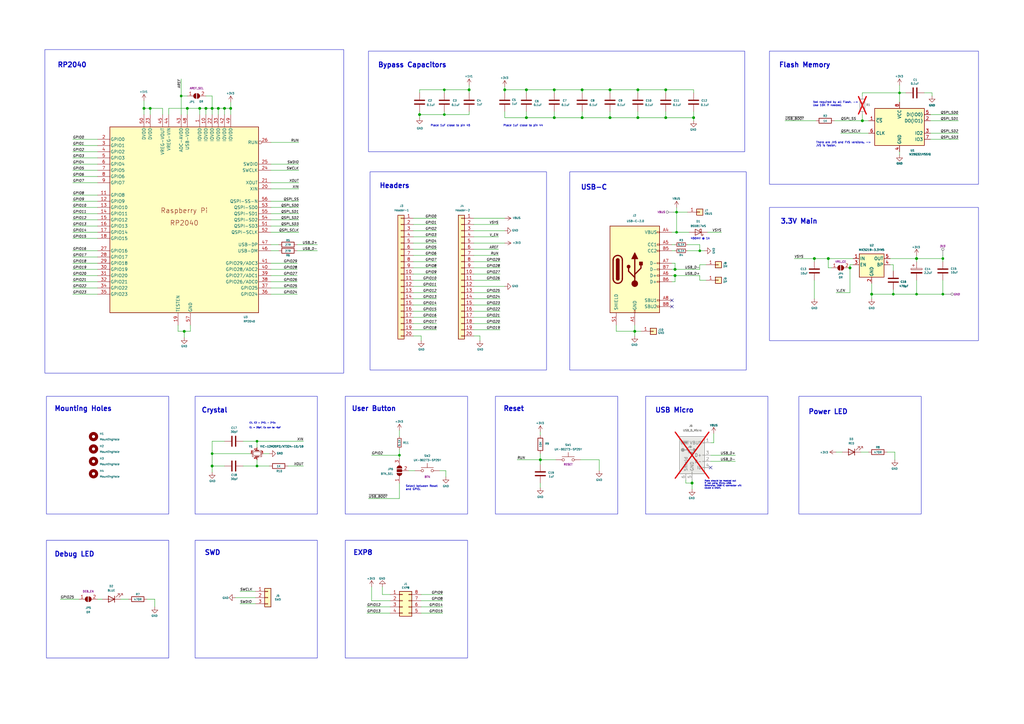
<source format=kicad_sch>
(kicad_sch (version 20231120) (generator "eeschema") (generator_version "8.0")
  (paper "A3")
  (title_block (title "Mitayi Pico - D1") (date "2024-08-28") (rev "0.6") (company "CIRCUITSTATE Electronics LLP (www.circuitstate.com)") (comment 1 "Designed by: Vishnu Mohanan (@vishnumaiea)") (comment 2 "Released under MIT Open-source License"))
  (junction (at 238.76 36.83) (diameter 1.016))
  (junction (at 366.395 120.65))
  (junction (at 61.595 44.45) (diameter 1.016))
  (junction (at 86.995 191.135) (diameter 1.016))
  (junction (at 238.76 48.26) (diameter 1.016))
  (junction (at 227.33 48.26) (diameter 1.016))
  (junction (at 273.05 48.26) (diameter 1.016))
  (junction (at 261.62 48.26) (diameter 1.016))
  (junction (at 86.995 186.055))
  (junction (at 182.245 36.83))
  (junction (at 353.695 49.53) (diameter 1.016))
  (junction (at 75.565 135.89) (diameter 1.016))
  (junction (at 375.92 120.65))
  (junction (at 276.86 113.03) (diameter 1.016))
  (junction (at 207.01 36.83) (diameter 1.016))
  (junction (at 261.62 36.83) (diameter 1.016))
  (junction (at 94.615 44.45) (diameter 1.016))
  (junction (at 277.495 95.25))
  (junction (at 172.085 46.99) (diameter 1.016))
  (junction (at 215.9 48.26) (diameter 1.016))
  (junction (at 334.01 106.045) (diameter 1.016))
  (junction (at 250.19 36.83) (diameter 1.016))
  (junction (at 386.715 106.045))
  (junction (at 84.455 44.45) (diameter 1.016))
  (junction (at 276.86 110.49) (diameter 1.016))
  (junction (at 386.715 120.65))
  (junction (at 192.405 36.83) (diameter 1.016))
  (junction (at 89.535 44.45) (diameter 1.016))
  (junction (at 221.615 188.595) (diameter 1.016))
  (junction (at 215.9 36.83) (diameter 1.016))
  (junction (at 74.295 39.37))
  (junction (at 92.075 44.45) (diameter 1.016))
  (junction (at 59.055 44.45) (diameter 1.016))
  (junction (at 86.995 44.45) (diameter 1.016))
  (junction (at 250.19 48.26) (diameter 1.016))
  (junction (at 357.505 120.65) (diameter 1.016))
  (junction (at 76.835 44.45) (diameter 1.016))
  (junction (at 283.845 198.12) (diameter 1.016))
  (junction (at 273.05 36.83) (diameter 1.016))
  (junction (at 287.02 102.87))
  (junction (at 105.41 191.135))
  (junction (at 375.92 106.045) (diameter 1.016))
  (junction (at 368.935 38.1))
  (junction (at 277.495 86.995))
  (junction (at 81.915 44.45) (diameter 1.016))
  (junction (at 163.83 186.69))
  (junction (at 339.725 106.045) (diameter 1.016))
  (junction (at 348.615 109.855) (diameter 1.016))
  (junction (at 260.35 135.89) (diameter 1.016))
  (junction (at 227.33 36.83) (diameter 1.016))
  (junction (at 284.48 48.26) (diameter 1.016))
  (junction (at 182.245 46.99))
  (junction (at 105.41 180.975))
  (no_connect (at 291.465 191.77))
  (no_connect (at 275.59 123.19))
  (no_connect (at 275.59 125.73))
  (wire (pts (xy 111.125 77.47) (xy 122.555 77.47)))
  (wire (pts (xy 250.19 38.1) (xy 250.19 36.83)))
  (wire (pts (xy 29.845 87.63) (xy 40.005 87.63)))
  (wire (pts (xy 192.405 45.72) (xy 192.405 46.99)))
  (wire (pts (xy 277.495 86.995) (xy 277.495 85.09)))
  (wire (pts (xy 29.845 57.15) (xy 40.005 57.15)))
  (wire (pts (xy 169.545 99.695) (xy 179.07 99.695)))
  (wire (pts (xy 111.125 90.17) (xy 122.555 90.17)))
  (wire (pts (xy 169.545 125.095) (xy 179.07 125.095)))
  (wire (pts (xy 238.76 36.83) (xy 250.19 36.83)))
  (wire (pts (xy 205.105 135.255) (xy 194.31 135.255)))
  (wire (pts (xy 74.295 32.385) (xy 74.295 39.37)))
  (wire (pts (xy 194.31 97.155) (xy 204.47 97.155)))
  (wire (pts (xy 74.295 39.37) (xy 76.835 39.37)))
  (wire (pts (xy 273.05 48.26) (xy 284.48 48.26)))
  (wire (pts (xy 111.125 67.31) (xy 122.555 67.31)))
  (wire (pts (xy 169.545 92.075) (xy 179.07 92.075)))
  (wire (pts (xy 342.9 185.42) (xy 345.44 185.42)))
  (wire (pts (xy 368.935 34.925) (xy 368.935 38.1)))
  (wire (pts (xy 287.02 108.585) (xy 287.02 110.49)))
  (wire (pts (xy 169.545 97.155) (xy 179.07 97.155)))
  (wire (pts (xy 194.31 94.615) (xy 207.01 94.615)))
  (wire (pts (xy 182.245 38.1) (xy 182.245 36.83)))
  (wire (pts (xy 375.92 114.935) (xy 375.92 120.65)))
  (wire (pts (xy 59.055 41.275) (xy 59.055 44.45)))
  (wire (pts (xy 59.055 44.45) (xy 59.055 46.99)))
  (wire (pts (xy 92.075 191.135) (xy 86.995 191.135)))
  (wire (pts (xy 342.265 49.53) (xy 353.695 49.53)))
  (wire (pts (xy 29.845 115.57) (xy 40.005 115.57)))
  (wire (pts (xy 111.125 120.65) (xy 121.92 120.65)))
  (wire (pts (xy 111.125 115.57) (xy 121.92 115.57)))
  (wire (pts (xy 250.19 36.83) (xy 261.62 36.83)))
  (wire (pts (xy 212.09 188.595) (xy 221.615 188.595)))
  (wire (pts (xy 221.615 188.595) (xy 227.965 188.595)))
  (wire (pts (xy 182.245 46.99) (xy 192.405 46.99)))
  (wire (pts (xy 215.9 36.83) (xy 227.33 36.83)))
  (wire (pts (xy 86.995 191.135) (xy 86.995 193.675)))
  (wire (pts (xy 152.4 246.38) (xy 160.02 246.38)))
  (wire (pts (xy 75.565 135.89) (xy 78.105 135.89)))
  (wire (pts (xy 78.105 135.89) (xy 78.105 133.35)))
  (wire (pts (xy 105.41 180.975) (xy 124.46 180.975)))
  (wire (pts (xy 353.06 185.42) (xy 356.235 185.42)))
  (wire (pts (xy 29.845 62.23) (xy 40.005 62.23)))
  (wire (pts (xy 367.03 185.42) (xy 367.03 188.595)))
  (wire (pts (xy 363.855 185.42) (xy 367.03 185.42)))
  (wire (pts (xy 169.545 112.395) (xy 179.07 112.395)))
  (wire (pts (xy 283.845 196.85) (xy 283.845 198.12)))
  (wire (pts (xy 76.835 44.45) (xy 81.915 44.45)))
  (wire (pts (xy 273.05 48.26) (xy 261.62 48.26)))
  (wire (pts (xy 94.615 41.91) (xy 94.615 44.45)))
  (wire (pts (xy 69.215 44.45) (xy 76.835 44.45)))
  (wire (pts (xy 238.76 48.26) (xy 227.33 48.26)))
  (wire (pts (xy 275.59 102.87) (xy 276.86 102.87)))
  (wire (pts (xy 221.615 186.055) (xy 221.615 188.595)))
  (wire (pts (xy 29.845 80.01) (xy 40.005 80.01)))
  (wire (pts (xy 29.845 90.17) (xy 40.005 90.17)))
  (wire (pts (xy 339.725 106.045) (xy 349.885 106.045)))
  (wire (pts (xy 287.02 102.87) (xy 288.925 102.87)))
  (wire (pts (xy 207.01 45.72) (xy 207.01 48.26)))
  (wire (pts (xy 207.01 48.26) (xy 215.9 48.26)))
  (wire (pts (xy 273.05 45.72) (xy 273.05 48.26)))
  (wire (pts (xy 118.11 191.135) (xy 124.46 191.135)))
  (wire (pts (xy 368.935 38.1) (xy 371.475 38.1)))
  (wire (pts (xy 84.455 39.37) (xy 86.995 39.37)))
  (wire (pts (xy 29.845 97.79) (xy 40.005 97.79)))
  (wire (pts (xy 366.395 118.745) (xy 366.395 120.65)))
  (wire (pts (xy 261.62 38.1) (xy 261.62 36.83)))
  (wire (pts (xy 344.805 54.61) (xy 356.235 54.61)))
  (wire (pts (xy 29.845 82.55) (xy 40.005 82.55)))
  (wire (pts (xy 386.715 104.775) (xy 386.715 106.045)))
  (wire (pts (xy 182.245 46.99) (xy 182.245 45.72)))
  (wire (pts (xy 152.4 186.69) (xy 163.83 186.69)))
  (wire (pts (xy 353.695 39.37) (xy 353.695 38.1)))
  (wire (pts (xy 111.125 82.55) (xy 122.555 82.55)))
  (wire (pts (xy 86.995 186.055) (xy 102.87 186.055)))
  (wire (pts (xy 260.35 133.35) (xy 260.35 135.89)))
  (wire (pts (xy 260.35 135.89) (xy 260.35 137.795)))
  (wire (pts (xy 339.725 106.045) (xy 339.725 109.855)))
  (wire (pts (xy 252.73 133.35) (xy 252.73 135.89)))
  (wire (pts (xy 252.73 135.89) (xy 260.35 135.89)))
  (wire (pts (xy 238.125 188.595) (xy 245.745 188.595)))
  (wire (pts (xy 172.72 243.84) (xy 181.61 243.84)))
  (wire (pts (xy 281.94 100.33) (xy 287.02 100.33)))
  (wire (pts (xy 287.02 100.33) (xy 287.02 102.87)))
  (wire (pts (xy 169.545 109.855) (xy 179.07 109.855)))
  (wire (pts (xy 121.92 100.33) (xy 130.175 100.33)))
  (wire (pts (xy 334.01 114.935) (xy 334.01 122.555)))
  (wire (pts (xy 194.31 102.235) (xy 204.47 102.235)))
  (wire (pts (xy 194.31 109.855) (xy 205.105 109.855)))
  (wire (pts (xy 325.755 106.045) (xy 334.01 106.045)))
  (wire (pts (xy 29.845 67.31) (xy 40.005 67.31)))
  (wire (pts (xy 366.395 111.125) (xy 366.395 108.585)))
  (wire (pts (xy 29.845 85.09) (xy 40.005 85.09)))
  (wire (pts (xy 194.31 114.935) (xy 205.105 114.935)))
  (wire (pts (xy 150.495 251.46) (xy 160.02 251.46)))
  (wire (pts (xy 111.125 107.95) (xy 121.92 107.95)))
  (wire (pts (xy 111.125 69.85) (xy 122.555 69.85)))
  (wire (pts (xy 105.41 191.135) (xy 110.49 191.135)))
  (wire (pts (xy 205.105 130.175) (xy 194.31 130.175)))
  (wire (pts (xy 375.92 106.045) (xy 386.715 106.045)))
  (wire (pts (xy 386.715 107.315) (xy 386.715 106.045)))
  (wire (pts (xy 182.88 193.04) (xy 180.34 193.04)))
  (wire (pts (xy 169.545 117.475) (xy 179.07 117.475)))
  (wire (pts (xy 334.01 107.315) (xy 334.01 106.045)))
  (wire (pts (xy 40.005 245.745) (xy 41.91 245.745)))
  (wire (pts (xy 29.845 105.41) (xy 40.005 105.41)))
  (wire (pts (xy 348.615 108.585) (xy 349.885 108.585)))
  (wire (pts (xy 29.845 110.49) (xy 40.005 110.49)))
  (wire (pts (xy 29.845 118.11) (xy 40.005 118.11)))
  (wire (pts (xy 150.495 248.92) (xy 160.02 248.92)))
  (wire (pts (xy 261.62 48.26) (xy 250.19 48.26)))
  (wire (pts (xy 353.695 49.53) (xy 356.235 49.53)))
  (wire (pts (xy 169.545 89.535) (xy 179.07 89.535)))
  (wire (pts (xy 167.64 193.04) (xy 170.18 193.04)))
  (wire (pts (xy 366.395 120.65) (xy 375.92 120.65)))
  (wire (pts (xy 192.405 36.83) (xy 192.405 38.1)))
  (wire (pts (xy 60.325 245.745) (xy 63.5 245.745)))
  (wire (pts (xy 63.5 245.745) (xy 63.5 248.92)))
  (wire (pts (xy 261.62 36.83) (xy 273.05 36.83)))
  (wire (pts (xy 172.72 251.46) (xy 181.61 251.46)))
  (wire (pts (xy 86.995 39.37) (xy 86.995 44.45)))
  (wire (pts (xy 194.31 104.775) (xy 204.47 104.775)))
  (wire (pts (xy 29.845 59.69) (xy 40.005 59.69)))
  (wire (pts (xy 227.33 36.83) (xy 238.76 36.83)))
  (wire (pts (xy 105.41 188.595) (xy 105.41 191.135)))
  (wire (pts (xy 111.125 87.63) (xy 122.555 87.63)))
  (wire (pts (xy 273.05 38.1) (xy 273.05 36.83)))
  (wire (pts (xy 375.92 106.045) (xy 375.92 107.315)))
  (wire (pts (xy 192.405 34.925) (xy 192.405 36.83)))
  (wire (pts (xy 24.765 245.745) (xy 32.385 245.745)))
  (wire (pts (xy 111.125 92.71) (xy 122.555 92.71)))
  (wire (pts (xy 215.9 38.1) (xy 215.9 36.83)))
  (wire (pts (xy 238.76 45.72) (xy 238.76 48.26)))
  (wire (pts (xy 207.01 36.83) (xy 207.01 38.1)))
  (wire (pts (xy 111.125 118.11) (xy 121.92 118.11)))
  (wire (pts (xy 276.225 86.995) (xy 277.495 86.995)))
  (wire (pts (xy 245.745 188.595) (xy 245.745 193.04)))
  (wire (pts (xy 111.125 102.87) (xy 114.3 102.87)))
  (wire (pts (xy 121.92 102.87) (xy 130.175 102.87)))
  (wire (pts (xy 29.845 92.71) (xy 40.005 92.71)))
  (wire (pts (xy 194.31 120.015) (xy 205.105 120.015)))
  (wire (pts (xy 281.305 196.85) (xy 281.305 198.12)))
  (wire (pts (xy 281.305 198.12) (xy 283.845 198.12)))
  (wire (pts (xy 386.715 114.935) (xy 386.715 120.65)))
  (wire (pts (xy 238.76 38.1) (xy 238.76 36.83)))
  (wire (pts (xy 163.83 184.15) (xy 163.83 186.69)))
  (wire (pts (xy 290.195 95.25) (xy 295.91 95.25)))
  (wire (pts (xy 348.615 108.585) (xy 348.615 109.855)))
  (wire (pts (xy 96.52 245.11) (xy 104.775 245.11)))
  (wire (pts (xy 169.545 137.795) (xy 172.72 137.795)))
  (wire (pts (xy 172.72 137.795) (xy 172.72 139.7)))
  (wire (pts (xy 281.94 102.87) (xy 287.02 102.87)))
  (wire (pts (xy 194.31 99.695) (xy 207.01 99.695)))
  (wire (pts (xy 205.105 132.715) (xy 194.31 132.715)))
  (wire (pts (xy 194.31 137.795) (xy 196.85 137.795)))
  (wire (pts (xy 196.85 137.795) (xy 196.85 139.7)))
  (wire (pts (xy 104.775 242.57) (xy 98.425 242.57)))
  (wire (pts (xy 227.33 38.1) (xy 227.33 36.83)))
  (wire (pts (xy 205.105 127.635) (xy 194.31 127.635)))
  (wire (pts (xy 366.395 120.65) (xy 357.505 120.65)))
  (wire (pts (xy 221.615 198.12) (xy 221.615 200.025)))
  (wire (pts (xy 69.215 46.99) (xy 69.215 44.45)))
  (wire (pts (xy 172.085 46.99) (xy 172.085 48.26)))
  (wire (pts (xy 151.13 204.47) (xy 163.83 204.47)))
  (wire (pts (xy 365.125 106.045) (xy 375.92 106.045)))
  (wire (pts (xy 172.085 36.83) (xy 182.245 36.83)))
  (wire (pts (xy 111.125 100.33) (xy 114.3 100.33)))
  (wire (pts (xy 381.635 46.99) (xy 393.065 46.99)))
  (wire (pts (xy 156.845 243.84) (xy 160.02 243.84)))
  (wire (pts (xy 169.545 102.235) (xy 179.07 102.235)))
  (wire (pts (xy 104.775 247.65) (xy 98.425 247.65)))
  (wire (pts (xy 86.995 180.975) (xy 86.995 186.055)))
  (wire (pts (xy 73.025 135.89) (xy 73.025 133.35)))
  (wire (pts (xy 75.565 135.89) (xy 73.025 135.89)))
  (wire (pts (xy 75.565 138.43) (xy 75.565 135.89)))
  (wire (pts (xy 29.845 120.65) (xy 40.005 120.65)))
  (wire (pts (xy 375.92 104.775) (xy 375.92 106.045)))
  (wire (pts (xy 99.695 191.135) (xy 105.41 191.135)))
  (wire (pts (xy 273.05 36.83) (xy 284.48 36.83)))
  (wire (pts (xy 227.33 45.72) (xy 227.33 48.26)))
  (wire (pts (xy 111.125 58.42) (xy 122.555 58.42)))
  (wire (pts (xy 386.715 120.65) (xy 387.985 120.65)))
  (wire (pts (xy 194.31 117.475) (xy 207.01 117.475)))
  (wire (pts (xy 227.33 48.26) (xy 215.9 48.26)))
  (wire (pts (xy 284.48 48.26) (xy 284.48 49.53)))
  (wire (pts (xy 381.635 49.53) (xy 393.065 49.53)))
  (wire (pts (xy 111.125 110.49) (xy 121.92 110.49)))
  (wire (pts (xy 366.395 108.585) (xy 365.125 108.585)))
  (wire (pts (xy 221.615 188.595) (xy 221.615 190.5)))
  (wire (pts (xy 334.645 49.53) (xy 321.945 49.53)))
  (wire (pts (xy 29.845 107.95) (xy 40.005 107.95)))
  (wire (pts (xy 29.845 72.39) (xy 40.005 72.39)))
  (wire (pts (xy 275.59 95.25) (xy 277.495 95.25)))
  (wire (pts (xy 277.495 95.25) (xy 277.495 86.995)))
  (wire (pts (xy 275.59 107.95) (xy 276.86 107.95)))
  (wire (pts (xy 276.86 107.95) (xy 276.86 110.49)))
  (wire (pts (xy 172.72 248.92) (xy 181.61 248.92)))
  (wire (pts (xy 289.56 114.935) (xy 287.02 114.935)))
  (wire (pts (xy 194.31 92.075) (xy 204.47 92.075)))
  (wire (pts (xy 182.88 195.58) (xy 182.88 193.04)))
  (wire (pts (xy 194.31 89.535) (xy 207.01 89.535)))
  (wire (pts (xy 205.105 125.095) (xy 194.31 125.095)))
  (wire (pts (xy 250.19 45.72) (xy 250.19 48.26)))
  (wire (pts (xy 368.935 38.1) (xy 368.935 41.91)))
  (wire (pts (xy 172.72 246.38) (xy 181.61 246.38)))
  (wire (pts (xy 92.075 44.45) (xy 92.075 46.99)))
  (wire (pts (xy 156.845 240.665) (xy 156.845 243.84)))
  (wire (pts (xy 111.125 95.25) (xy 122.555 95.25)))
  (wire (pts (xy 172.085 46.99) (xy 182.245 46.99)))
  (wire (pts (xy 182.245 36.83) (xy 192.405 36.83)))
  (wire (pts (xy 92.075 44.45) (xy 94.615 44.45)))
  (wire (pts (xy 94.615 46.99) (xy 94.615 44.45)))
  (wire (pts (xy 357.505 120.65) (xy 357.505 122.555)))
  (wire (pts (xy 169.545 107.315) (xy 179.07 107.315)))
  (wire (pts (xy 105.41 180.975) (xy 105.41 183.515)))
  (wire (pts (xy 275.59 113.03) (xy 276.86 113.03)))
  (wire (pts (xy 276.86 113.03) (xy 287.02 113.03)))
  (wire (pts (xy 169.545 122.555) (xy 179.07 122.555)))
  (wire (pts (xy 275.59 100.33) (xy 276.86 100.33)))
  (wire (pts (xy 74.295 39.37) (xy 74.295 46.99)))
  (wire (pts (xy 169.545 127.635) (xy 179.07 127.635)))
  (wire (pts (xy 379.095 38.1) (xy 382.27 38.1)))
  (wire (pts (xy 277.495 86.995) (xy 281.94 86.995)))
  (wire (pts (xy 382.27 38.1) (xy 382.27 39.37)))
  (wire (pts (xy 163.83 186.69) (xy 163.83 187.96)))
  (wire (pts (xy 163.83 176.53) (xy 163.83 179.07)))
  (wire (pts (xy 172.085 45.72) (xy 172.085 46.99)))
  (wire (pts (xy 339.725 109.855) (xy 340.995 109.855)))
  (wire (pts (xy 169.545 132.715) (xy 179.07 132.715)))
  (wire (pts (xy 194.31 112.395) (xy 205.105 112.395)))
  (wire (pts (xy 215.9 45.72) (xy 215.9 48.26)))
  (wire (pts (xy 284.48 45.72) (xy 284.48 48.26)))
  (wire (pts (xy 49.53 245.745) (xy 52.705 245.745)))
  (wire (pts (xy 152.4 240.665) (xy 152.4 246.38)))
  (wire (pts (xy 76.835 46.99) (xy 76.835 44.45)))
  (wire (pts (xy 287.02 114.935) (xy 287.02 113.03)))
  (wire (pts (xy 342.9 120.015) (xy 348.615 120.015)))
  (wire (pts (xy 348.615 120.015) (xy 348.615 109.855)))
  (wire (pts (xy 107.95 186.055) (xy 110.49 186.055)))
  (wire (pts (xy 207.01 35.56) (xy 207.01 36.83)))
  (wire (pts (xy 29.845 64.77) (xy 40.005 64.77)))
  (wire (pts (xy 260.35 135.89) (xy 262.89 135.89)))
  (wire (pts (xy 29.845 102.87) (xy 40.005 102.87)))
  (wire (pts (xy 283.845 198.12) (xy 283.845 200.66)))
  (wire (pts (xy 357.505 116.205) (xy 357.505 120.65)))
  (wire (pts (xy 381.635 57.15) (xy 393.065 57.15)))
  (wire (pts (xy 207.01 36.83) (xy 215.9 36.83)))
  (wire (pts (xy 89.535 46.99) (xy 89.535 44.45)))
  (wire (pts (xy 111.125 113.03) (xy 121.92 113.03)))
  (wire (pts (xy 169.545 130.175) (xy 179.07 130.175)))
  (wire (pts (xy 92.075 180.975) (xy 86.995 180.975)))
  (wire (pts (xy 59.055 44.45) (xy 61.595 44.45)))
  (wire (pts (xy 61.595 46.99) (xy 61.595 44.45)))
  (wire (pts (xy 289.56 108.585) (xy 287.02 108.585)))
  (wire (pts (xy 169.545 135.255) (xy 179.07 135.255)))
  (wire (pts (xy 169.545 120.015) (xy 179.07 120.015)))
  (wire (pts (xy 386.715 120.65) (xy 375.92 120.65)))
  (wire (pts (xy 84.455 44.45) (xy 86.995 44.45)))
  (wire (pts (xy 86.995 44.45) (xy 89.535 44.45)))
  (wire (pts (xy 86.995 46.99) (xy 86.995 44.45)))
  (wire (pts (xy 89.535 44.45) (xy 92.075 44.45)))
  (wire (pts (xy 163.83 204.47) (xy 163.83 198.12)))
  (wire (pts (xy 275.59 115.57) (xy 276.86 115.57)))
  (wire (pts (xy 276.86 115.57) (xy 276.86 113.03)))
  (wire (pts (xy 291.465 186.69) (xy 301.625 186.69)))
  (wire (pts (xy 169.545 114.935) (xy 179.07 114.935)))
  (wire (pts (xy 353.695 46.99) (xy 353.695 49.53)))
  (wire (pts (xy 275.59 110.49) (xy 276.86 110.49)))
  (wire (pts (xy 276.86 110.49) (xy 287.02 110.49)))
  (wire (pts (xy 66.675 44.45) (xy 61.595 44.45)))
  (wire (pts (xy 66.675 46.99) (xy 66.675 44.45)))
  (wire (pts (xy 99.695 180.975) (xy 105.41 180.975)))
  (wire (pts (xy 29.845 69.85) (xy 40.005 69.85)))
  (wire (pts (xy 353.695 38.1) (xy 368.935 38.1)))
  (wire (pts (xy 86.995 186.055) (xy 86.995 191.135)))
  (wire (pts (xy 111.125 85.09) (xy 122.555 85.09)))
  (wire (pts (xy 381.635 54.61) (xy 393.065 54.61)))
  (wire (pts (xy 334.01 106.045) (xy 339.725 106.045)))
  (wire (pts (xy 169.545 104.775) (xy 179.07 104.775)))
  (wire (pts (xy 81.915 44.45) (xy 84.455 44.45)))
  (wire (pts (xy 84.455 46.99) (xy 84.455 44.45)))
  (wire (pts (xy 250.19 48.26) (xy 238.76 48.26)))
  (wire (pts (xy 221.615 177.165) (xy 221.615 178.435)))
  (wire (pts (xy 172.085 38.1) (xy 172.085 36.83)))
  (wire (pts (xy 261.62 45.72) (xy 261.62 48.26)))
  (wire (pts (xy 284.48 38.1) (xy 284.48 36.83)))
  (wire (pts (xy 291.465 189.23) (xy 301.625 189.23)))
  (wire (pts (xy 194.31 122.555) (xy 205.105 122.555)))
  (wire (pts (xy 111.125 74.93) (xy 122.555 74.93)))
  (wire (pts (xy 29.845 74.93) (xy 40.005 74.93)))
  (wire (pts (xy 368.935 62.23) (xy 368.935 63.5)))
  (wire (pts (xy 291.465 181.61) (xy 292.735 181.61)))
  (wire (pts (xy 292.735 181.61) (xy 292.735 177.8)))
  (wire (pts (xy 81.915 46.99) (xy 81.915 44.45)))
  (wire (pts (xy 29.845 113.03) (xy 40.005 113.03)))
  (wire (pts (xy 277.495 95.25) (xy 282.575 95.25)))
  (wire (pts (xy 194.31 107.315) (xy 205.105 107.315)))
  (wire (pts (xy 29.845 95.25) (xy 40.005 95.25)))
  (wire (pts (xy 169.545 94.615) (xy 179.07 94.615)))
  (rectangle (start 315.595 85.09) (end 401.32 139.7))
  (rectangle (start 203.2 162.56) (end 253.365 210.82))
  (rectangle (start 80.01 162.56) (end 130.175 210.82))
  (rectangle (start 315.595 20.955) (end 401.32 75.565))
  (rectangle (start 327.66 162.56) (end 377.825 210.82))
  (rectangle (start 80.01 221.615) (end 130.175 269.875))
  (rectangle (start 264.795 162.56) (end 314.96 210.82))
  (rectangle (start 18.415 20.32) (end 140.97 153.035))
  (rectangle (start 233.68 70.485) (end 306.07 151.765))
  (rectangle (start 141.605 162.56) (end 191.77 210.82))
  (rectangle (start 19.05 221.615) (end 69.215 269.875))
  (rectangle (start 19.05 162.56) (end 69.215 210.82))
  (rectangle (start 151.765 70.485) (end 224.155 151.765))
  (rectangle (start 151.13 20.955) (end 305.435 62.23))
  (rectangle (start 141.605 221.615) (end 191.77 269.875))
  (text "Headers" (at 155.575 77.47 0) (effects (font (size 2 2) (thickness 0.4) (bold yes)) (justify left bottom)))
  (text "3.3V Main" (at 320.04 92.075 0) (effects (font (size 2 2) (thickness 0.4) (bold yes)) (justify left bottom)))
  (text "450mV @ 1A" (at 283.21 98.425 0) (effects (font (size 0.8 0.8)) (justify left bottom)))
  (text "Power LED" (at 331.47 170.18 0) (effects (font (size 2 2) (thickness 0.4) (bold yes)) (justify left bottom)))
  (text "Place 1uF close to pin 45" (at 176.53 52.07 0) (effects (font (size 0.8 0.8)) (justify left bottom)))
  (text "There are JVS and FVS versions. ->\nJVS is faster." (at 334.645 60.325 0) (effects (font (size 0.8 0.8)) (justify left bottom)))
  (text "RP2040" (at 23.495 27.94 0) (effects (font (size 2 2) (thickness 0.4) (bold yes)) (justify left bottom)))
  (text "EXP8" (at 144.78 227.965 0) (effects (font (size 2 2) (thickness 0.4) (bold yes)) (justify left bottom)))
  (text "Pads should be masked out\nif not using Micro-USB.\nOtherwise, USB-C connector will\ncause a short." (at 288.925 200.66 0) (effects (font (size 0.6 0.6)) (justify left bottom)))
  (text "Flash Memory" (at 319.405 27.94 0) (effects (font (size 2 2) (thickness 0.4) (bold yes)) (justify left bottom)))
  (text "Not required by all Flash. ->\nUse 10K if needed." (at 333.375 43.815 0) (effects (font (size 0.8 0.8)) (justify left bottom)))
  (text "C1, C2 = 2*CL - 2*Cs\n\nCL = 20pF, Cs can be ~5pF" (at 102.235 175.895 0) (effects (font (size 0.6 0.6)) (justify left bottom)))
  (text "SWD" (at 83.82 227.965 0) (effects (font (size 2 2) (thickness 0.4) (bold yes)) (justify left bottom)))
  (text "Reset" (at 206.375 168.91 0) (effects (font (size 2 2) (thickness 0.4) (bold yes)) (justify left bottom)))
  (text "USB Micro" (at 268.605 169.545 0) (effects (font (size 2 2) (thickness 0.4) (bold yes)) (justify left bottom)))
  (text "Place 1uF close to pin 44" (at 206.375 52.07 0) (effects (font (size 0.8 0.8)) (justify left bottom)))
  (text "Crystal" (at 82.55 169.545 0) (effects (font (size 2 2) (thickness 0.4) (bold yes)) (justify left bottom)))
  (text "Select between Reset\nand GPIO." (at 166.37 201.295 0) (effects (font (size 0.8 0.8)) (justify left bottom)))
  (text "Mounting Holes" (at 22.225 168.91 0) (effects (font (size 2 2) (thickness 0.4) (bold yes)) (justify left bottom)))
  (text "Bypass Capacitors" (at 154.94 27.94 0) (effects (font (size 2 2) (thickness 0.4) (bold yes)) (justify left bottom)))
  (text "USB-C" (at 238.125 78.105 0) (effects (font (size 2 2) (thickness 0.4) (bold yes)) (justify left bottom)))
  (text "Debug LED" (at 22.225 228.6 0) (effects (font (size 2 2) (thickness 0.4) (bold yes)) (justify left bottom)))
  (text "User Button" (at 144.145 168.91 0) (effects (font (size 2 2) (thickness 0.4) (bold yes)) (justify left bottom)))
  (label "QSPI_SS" (at 344.805 49.53 0) (effects (font (size 1 1) (italic yes))))
  (label "GPIO29" (at 205.105 107.315 180) (effects (font (size 1 1) (italic yes))))
  (label "QSPI_SD3" (at 122.555 92.71 180) (effects (font (size 1 1) (italic yes))))
  (label "GPIO9" (at 29.845 82.55 0) (effects (font (size 1 1) (italic yes))))
  (label "GPIO24" (at 205.105 122.555 180) (effects (font (size 1 1) (italic yes))))
  (label "GPIO6" (at 29.845 72.39 0) (effects (font (size 1 1) (italic yes))))
  (label "VSYS" (at 295.91 95.25 180) (effects (font (size 1 1) (italic yes))))
  (label "GPIO27" (at 205.105 112.395 180) (effects (font (size 1 1) (italic yes))))
  (label "QSPI_SD1" (at 122.555 87.63 180) (effects (font (size 1 1) (italic yes))))
  (label "GPIO21" (at 205.105 130.175 180) (effects (font (size 1 1) (italic yes))))
  (label "GPIO20" (at 205.105 132.715 180) (effects (font (size 1 1) (italic yes))))
  (label "RUN" (at 122.555 58.42 180) (effects (font (size 1 1) (italic yes))))
  (label "GPIO8" (at 179.07 109.855 180) (effects (font (size 1 1) (italic yes))))
  (label "GPIO25" (at 24.765 245.745 0) (effects (font (size 1 1) (italic yes))))
  (label "GPIO4" (at 29.845 67.31 0) (effects (font (size 1 1) (italic yes))))
  (label "GPIO12" (at 179.07 120.015 180) (effects (font (size 1 1) (italic yes))))
  (label "VSYS" (at 325.755 106.045 0) (effects (font (size 1 1) (italic yes))))
  (label "GPIO13" (at 179.07 122.555 180) (effects (font (size 1 1) (italic yes))))
  (label "XOUT" (at 122.555 74.93 180) (effects (font (size 1 1) (italic yes))))
  (label "GPIO11" (at 29.845 87.63 0) (effects (font (size 1 1) (italic yes))))
  (label "USB_D-" (at 287.02 110.49 180) (effects (font (size 1 1) (italic yes))))
  (label "GPIO2" (at 152.4 186.69 0) (effects (font (size 1 1) (italic yes))))
  (label "GPIO12" (at 150.495 248.92 0) (effects (font (size 1 1) (italic yes))))
  (label "GPIO23" (at 29.845 120.65 0) (effects (font (size 1 1) (italic yes))))
  (label "GPIO9" (at 179.07 112.395 180) (effects (font (size 1 1) (italic yes))))
  (label "GPIO7" (at 29.845 74.93 0) (effects (font (size 1 1) (italic yes))))
  (label "USB_D+" (at 130.175 100.33 180) (effects (font (size 1 1) (italic yes))))
  (label "GPIO22" (at 205.105 127.635 180) (effects (font (size 1 1) (italic yes))))
  (label "QSPI_SCLK" (at 122.555 95.25 180) (effects (font (size 1 1) (italic yes))))
  (label "USB_D+" (at 287.02 113.03 180) (effects (font (size 1 1) (italic yes))))
  (label "GPIO17" (at 179.07 132.715 180) (effects (font (size 1 1) (italic yes))))
  (label "GPIO19" (at 205.105 135.255 180) (effects (font (size 1 1) (italic yes))))
  (label "XOUT" (at 124.46 191.135 180) (effects (font (size 1 1) (italic yes))))
  (label "QSPI_SD2" (at 393.065 54.61 180) (effects (font (size 1 1) (italic yes))))
  (label "GPIO15" (at 29.845 97.79 0) (effects (font (size 1 1) (italic yes))))
  (label "GPIO15" (at 181.61 251.46 180) (effects (font (size 1 1) (italic yes))))
  (label "RUN" (at 204.47 104.775 180) (effects (font (size 1 1) (italic yes))))
  (label "GPIO0" (at 179.07 89.535 180) (effects (font (size 1 1) (italic yes))))
  (label "QSPI_SD0" (at 122.555 85.09 180) (effects (font (size 1 1) (italic yes))))
  (label "QSPI_SD1" (at 393.065 49.53 180) (effects (font (size 1 1) (italic yes))))
  (label "AREF" (at 204.47 102.235 180) (effects (font (size 1 1) (italic yes))))
  (label "GPIO2" (at 29.845 62.23 0) (effects (font (size 1 1) (italic yes))))
  (label "GPIO6" (at 179.07 104.775 180) (effects (font (size 1 1) (italic yes))))
  (label "RUN" (at 212.09 188.595 0) (effects (font (size 1 1) (italic yes))))
  (label "GPIO10" (at 29.845 85.09 0) (effects (font (size 1 1) (italic yes))))
  (label "V_EN" (at 204.47 97.155 180) (effects (font (size 1 1) (italic yes))))
  (label "GPIO4" (at 179.07 99.695 180) (effects (font (size 1 1) (italic yes))))
  (label "GPIO27" (at 121.92 113.03 180) (effects (font (size 1 1) (italic yes))))
  (label "GPIO16" (at 179.07 130.175 180) (effects (font (size 1 1) (italic yes))))
  (label "GPIO8" (at 181.61 246.38 180) (effects (font (size 1 1) (italic yes))))
  (label "GPIO28" (at 121.92 110.49 180) (effects (font (size 1 1) (italic yes))))
  (label "GPIO16" (at 29.845 102.87 0) (effects (font (size 1 1) (italic yes))))
  (label "GPIO2" (at 179.07 94.615 180) (effects (font (size 1 1) (italic yes))))
  (label "VSYS" (at 204.47 92.075 180) (effects (font (size 1 1) (italic yes))))
  (label "GPIO20" (at 29.845 113.03 0) (effects (font (size 1 1) (italic yes))))
  (label "GPIO1" (at 179.07 92.075 180) (effects (font (size 1 1) (italic yes))))
  (label "GPIO7" (at 179.07 107.315 180) (effects (font (size 1 1) (italic yes))))
  (label "GPIO5" (at 179.07 102.235 180) (effects (font (size 1 1) (italic yes))))
  (label "GPIO3" (at 179.07 97.155 180) (effects (font (size 1 1) (italic yes))))
  (label "GPIO8" (at 29.845 80.01 0) (effects (font (size 1 1) (italic yes))))
  (label "GPIO26" (at 205.105 114.935 180) (effects (font (size 1 1) (italic yes))))
  (label "GPIO14" (at 29.845 95.25 0) (effects (font (size 1 1) (italic yes))))
  (label "GPIO19" (at 29.845 110.49 0) (effects (font (size 1 1) (italic yes))))
  (label "GPIO22" (at 29.845 118.11 0) (effects (font (size 1 1) (italic yes))))
  (label "XIN" (at 122.555 77.47 180) (effects (font (size 1 1) (italic yes))))
  (label "GPIO23" (at 205.105 125.095 180) (effects (font (size 1 1) (italic yes))))
  (label "GPIO12" (at 29.845 90.17 0) (effects (font (size 1 1) (italic yes))))
  (label "QSPI_SD3" (at 393.065 57.15 180) (effects (font (size 1 1) (italic yes))))
  (label "QSPI_SD2" (at 122.555 90.17 180) (effects (font (size 1 1) (italic yes))))
  (label "~{USB_BOOT}" (at 151.13 204.47 0) (effects (font (size 1 1) (italic yes))))
  (label "GPIO15" (at 179.07 127.635 180) (effects (font (size 1 1) (italic yes))))
  (label "GPIO25" (at 121.92 118.11 180) (effects (font (size 1 1) (italic yes))))
  (label "AREF" (at 74.295 32.385 270) (effects (font (size 1 1) (italic yes))))
  (label "GPIO13" (at 150.495 251.46 0) (effects (font (size 1 1) (italic yes))))
  (label "USB_D+" (at 301.625 186.69 180) (effects (font (size 1 1) (italic yes))))
  (label "GPIO9" (at 181.61 243.84 180) (effects (font (size 1 1) (italic yes))))
  (label "GPIO24" (at 121.92 120.65 180) (effects (font (size 1 1) (italic yes))))
  (label "SWDIO" (at 122.555 67.31 180) (effects (font (size 1 1) (italic yes))))
  (label "XIN" (at 124.46 180.975 180) (effects (font (size 1 1) (italic yes))))
  (label "GPIO10" (at 179.07 114.935 180) (effects (font (size 1 1) (italic yes))))
  (label "GPIO5" (at 29.845 69.85 0) (effects (font (size 1 1) (italic yes))))
  (label "GPIO14" (at 179.07 125.095 180) (effects (font (size 1 1) (italic yes))))
  (label "GPIO25" (at 205.105 120.015 180) (effects (font (size 1 1) (italic yes))))
  (label "SWCLK" (at 98.425 242.57 0) (effects (font (size 1 1) (italic yes))))
  (label "GPIO1" (at 29.845 59.69 0) (effects (font (size 1 1) (italic yes))))
  (label "QSPI_SCLK" (at 344.805 54.61 0) (effects (font (size 1 1) (italic yes))))
  (label "GPIO11" (at 179.07 117.475 180) (effects (font (size 1 1) (italic yes))))
  (label "QSPI_SS" (at 122.555 82.55 180) (effects (font (size 1 1) (italic yes))))
  (label "SWDIO" (at 98.425 247.65 0) (effects (font (size 1 1) (italic yes))))
  (label "GPIO3" (at 29.845 64.77 0) (effects (font (size 1 1) (italic yes))))
  (label "USB_D-" (at 130.175 102.87 180) (effects (font (size 1 1) (italic yes))))
  (label "GPIO18" (at 179.07 135.255 180) (effects (font (size 1 1) (italic yes))))
  (label "GPIO21" (at 29.845 115.57 0) (effects (font (size 1 1) (italic yes))))
  (label "~{USB_BOOT}" (at 321.945 49.53 0) (effects (font (size 1 1) (italic yes))))
  (label "GPIO13" (at 29.845 92.71 0) (effects (font (size 1 1) (italic yes))))
  (label "GPIO18" (at 29.845 107.95 0) (effects (font (size 1 1) (italic yes))))
  (label "USB_D-" (at 301.625 189.23 180) (effects (font (size 1 1) (italic yes))))
  (label "V_EN" (at 342.9 120.015 0) (effects (font (size 1 1) (italic yes))))
  (label "GPIO26" (at 121.92 115.57 180) (effects (font (size 1 1) (italic yes))))
  (label "GPIO0" (at 29.845 57.15 0) (effects (font (size 1 1) (italic yes))))
  (label "GPIO14" (at 181.61 248.92 180) (effects (font (size 1 1) (italic yes))))
  (label "SWCLK" (at 122.555 69.85 180) (effects (font (size 1 1) (italic yes))))
  (label "GPIO17" (at 29.845 105.41 0) (effects (font (size 1 1) (italic yes))))
  (label "GPIO28" (at 205.105 109.855 180) (effects (font (size 1 1) (italic yes))))
  (label "GPIO29" (at 121.92 107.95 180) (effects (font (size 1 1) (italic yes))))
  (label "QSPI_SD0" (at 393.065 46.99 180) (effects (font (size 1 1) (italic yes))))
  (netclass_flag "" (length 2.54) (shape round) (at 276.225 86.995 90) (property "Netclass" "VBUS" (at 271.1983 86.9866 0) (effects (font (size 0.8 0.8) (italic yes)))))
  (netclass_flag "" (length 2.54) (shape round) (at 387.985 120.65 270) (property "Netclass" "GND" (at 392.4337 120.698 0) (effects (font (size 0.8 0.8) (italic yes)))))
  (netclass_flag "" (length 2.54) (shape round) (at 386.715 104.775 0) (property "Netclass" "3V3" (at 386.588 100.965 0) (effects (font (size 0.8 0.8) (italic yes)))))
  (symbol (lib_id "power:GND") (at 284.48 49.53 0) (unit 1)
    (property "Reference" "#PWR08" (effects (hide yes)))
    (property "Value" "GND" (at 284.353 53.1622 0) (effects (font (size 0.8 0.8))))
  )
  (symbol (lib_id "power:GND") (at 196.85 139.7 0) (unit 1)
    (property "Reference" "#PWR024" (effects (hide yes)))
    (property "Value" "GND" (at 196.977 143.3322 0) (effects (font (size 0.8 0.8))))
  )
  (symbol (lib_id "Connector:USB_C_Receptacle_USB2.0") (at 260.35 110.49 0) (unit 1)
    (property "Reference" "J2" (at 260.223 88.392 0) (effects (font (size 0.8 0.8))))
    (property "Value" "USB-C-2.0" (at 260.604 90.678 0) (effects (font (size 0.8 0.8))))
    (property "Footprint" "Connector_USB:USB_C_Receptacle_HRO_TYPE-C-31-M-12" (effects (hide yes)))
    (property "Datasheet" "https://www.usb.org/sites/default/files/documents/usb_type-c.zip" (effects (hide yes)))
    (property "MFR" "HCTL" (effects (hide yes)))
    (property "MPN" "HC-TYPE-C-16P-01A" (effects (hide yes)))
    (property "Name" "USB-C" (effects (hide yes)))
  )
  (symbol (lib_id "Device:C") (at 95.885 180.975 270) (unit 1)
    (property "Reference" "C17" (at 94.7674 175.514 90) (effects (font (size 0.8 0.8)) (justify left)))
    (property "Value" "30pF" (at 94.5514 177.0883 90) (effects (font (size 0.8 0.8)) (justify left)))
    (property "Footprint" "Capacitor_SMD:C_0402_1005Metric" (effects (hide yes)))
    (property "MFR" "Walsin" (effects (hide yes)))
    (property "MPN" "0402N270J500LT" (effects (hide yes)))
  )
  (symbol (lib_id "Device:C") (at 192.405 41.91 0) (unit 1)
    (property "Reference" "C4" (at 195.58 41.2496 0) (effects (font (size 0.8 0.8)) (justify left)))
    (property "Value" "1uF" (at 195.58 42.799 0) (effects (font (size 0.8 0.8)) (justify left)))
    (property "Footprint" "Capacitor_SMD:C_0402_1005Metric" (effects (hide yes)))
    (property "MFR" "Walsin" (effects (hide yes)))
    (property "MPN" "0402X105K160CT" (effects (hide yes)))
  )
  (symbol (lib_id "power:+3V3") (at 375.92 104.775 0) (unit 1)
    (property "Reference" "#PWR014" (effects (hide yes)))
    (property "Value" "+3V3" (at 375.6986 101.369 0) (effects (font (size 0.8 0.8))))
  )
  (symbol (lib_id "power:GND") (at 368.935 63.5 0) (unit 1)
    (property "Reference" "#PWR010" (effects (hide yes)))
    (property "Value" "GND" (at 368.935 67.056 0) (effects (font (size 0.8 0.8))))
  )
  (symbol (lib_id "Connector_Generic:Conn_01x20") (at 189.23 112.395 0) (mirror y) (unit 1)
    (property "Reference" "J4" (at 189.484 84.455 0) (effects (font (size 0.8 0.8))))
    (property "Value" "Header-2" (at 189.738 86.233 0) (effects (font (size 0.8 0.8))))
    (property "Footprint" "CIRCUITSTATE-Connector-Pin-Headers:PinHeader_1x20_2H_P2.54mm_Vertical" (effects (hide yes)))
    (property "MPN" "DNP" (effects (hide yes)))
    (property "Name" "Header-2" (effects (hide yes)))
  )
  (symbol (lib_id "Diode:MBR1020VL") (at 286.385 95.25 180) (unit 1)
    (property "Reference" "D1" (at 286.385 90.805 0) (effects (font (size 0.8 0.8))))
    (property "Value" "BS5817WS" (at 286.385 92.71 0) (effects (font (size 0.8 0.8))))
    (property "Footprint" "Diode_SMD:D_SOD-323_HandSoldering" (effects (hide yes)))
    (property "Datasheet" "https://evelta.com/content/datasheets/273-B5817WS.pdf" (effects (hide yes)))
    (property "MFR" "Micro Commercial Co" (effects (hide yes)))
    (property "MPN" "B5817WS" (effects (hide yes)))
  )
  (symbol (lib_id "power:GND") (at 357.505 122.555 0) (unit 1)
    (property "Reference" "#PWR020" (effects (hide yes)))
    (property "Value" "GND" (at 357.505 126.365 0) (effects (font (size 0.8 0.8))))
  )
  (symbol (lib_id "Device:C") (at 221.615 194.31 0) (unit 1)
    (property "Reference" "C19" (at 224.79 193.9036 0) (effects (font (size 0.8 0.8)) (justify left)))
    (property "Value" "1uF" (at 225.044 195.453 0) (effects (font (size 0.8 0.8)) (justify left)))
    (property "Footprint" "Capacitor_SMD:C_0402_1005Metric" (effects (hide yes)))
    (property "MFR" "Walsin" (effects (hide yes)))
    (property "MPN" "0402X105K160CT" (effects (hide yes)))
  )
  (symbol (lib_id "Memory_Flash:W25Q128JVS") (at 368.935 52.07 0) (unit 1)
    (property "Reference" "U1" (at 374.269 61.722 0) (effects (font (size 0.8 0.8))))
    (property "Value" "W25Q32JVSSIQ" (at 377.317 63.246 0) (effects (font (size 0.8 0.8))))
    (property "Footprint" "Package_SO:SOIC-8_5.23x5.23mm_P1.27mm" (effects (hide yes)))
    (property "Datasheet" "http://www.winbond.com/resource-files/w25q128jv_dtr%20revc%2003272018%20plus.pdf" (effects (hide yes)))
    (property "MFR" "Winbond" (effects (hide yes)))
    (property "MPN" "W25Q32JVSSIQ" (effects (hide yes)))
  )
  (symbol (lib_id "Device:R") (at 353.695 43.18 0) (unit 1) (dnp yes)
    (property "Reference" "R1" (at 355.219 43.0276 0) (effects (font (size 0.8 0.8)) (justify left)))
    (property "Value" "DNP" (at 353.695 44.323 90) (effects (font (size 0.8 0.8)) (justify left)))
    (property "Footprint" "Resistor_SMD:R_0402_1005Metric" (effects (hide yes)))
    (property "MPN" "DNP" (effects (hide yes)))
  )
  (symbol (lib_id "power:+3V3") (at 94.615 41.91 0) (unit 1)
    (property "Reference" "#PWR06" (effects (hide yes)))
    (property "Value" "+3V3" (at 94.488 38.2778 0) (effects (font (size 0.8 0.8))))
  )
  (symbol (lib_id "Device:C") (at 227.33 41.91 0) (unit 1)
    (property "Reference" "C7" (at 230.759 41.2496 0) (effects (font (size 0.8 0.8)) (justify left)))
    (property "Value" "0.1uF" (at 230.251 43.053 0) (effects (font (size 0.8 0.8)) (justify left)))
    (property "Footprint" "Capacitor_SMD:C_0402_1005Metric" (effects (hide yes)))
    (property "MFR" "Walsin" (effects (hide yes)))
    (property "MPN" "0402B104K160CT" (effects (hide yes)))
  )
  (symbol (lib_id "power:GND") (at 221.615 200.025 0) (unit 1)
    (property "Reference" "#PWR034" (effects (hide yes)))
    (property "Value" "GND" (at 221.615 203.835 0) (effects (font (size 0.8 0.8))))
  )
  (symbol (lib_id "CIRCUITSTATE-Microcontrollers:RP2040") (at 45.085 128.27 0) (unit 1)
    (property "Reference" "U3" (at 100.711 130.048 0) (effects (font (size 0.8 0.8))))
    (property "Value" "RP2040" (at 102.235 131.826 0) (effects (font (size 0.8 0.8))))
    (property "Footprint" "CIRCUITSTATE-QFN:RP2040-QFN-56" (effects (hide yes)))
    (property "Datasheet" "https://datasheets.raspberrypi.org/rp2040/rp2040-datasheet.pdf" (effects (hide yes)))
    (property "MFR" "Raspberry Pi" (effects (hide yes)))
    (property "MPN" "RP2040-B2" (effects (hide yes)))
  )
  (symbol (lib_id "power:GND") (at 283.845 200.66 0) (unit 1)
    (property "Reference" "#PWR037" (effects (hide yes)))
    (property "Value" "GND" (at 283.718 204.2922 0) (effects (font (size 0.8 0.8))))
  )
  (symbol (lib_id "power:GND") (at 207.01 94.615 90) (unit 1)
    (property "Reference" "#PWR013" (effects (hide yes)))
    (property "Value" "GND" (at 211.2772 94.488 90) (effects (font (size 0.8 0.8))))
  )
  (symbol (lib_id "Connector_Generic:Conn_02x04_Counter_Clockwise") (at 165.1 246.38 0) (unit 1)
    (property "Reference" "J1" (at 166.37 239.522 0) (effects (font (size 0.8 0.8))))
    (property "Value" "EXP8" (at 166.37 241.046 0) (effects (font (size 0.8 0.8))))
    (property "Footprint" "Connector_PinHeader_2.54mm:PinHeader_2x04_P2.54mm_Vertical" (effects (hide yes)))
    (property "MPN" "DNP" (effects (hide yes)))
    (property "Name" "EXP8" (effects (hide yes)))
  )
  (symbol (lib_id "power:+3V3") (at 221.615 177.165 0) (unit 1)
    (property "Reference" "#PWR029" (effects (hide yes)))
    (property "Value" "+3V3" (at 221.488 173.5328 0) (effects (font (size 0.8 0.8))))
  )
  (symbol (lib_id "power:GND") (at 367.03 188.595 0) (unit 1)
    (property "Reference" "#PWR028" (effects (hide yes)))
    (property "Value" "GND" (at 366.903 192.2272 0) (effects (font (size 0.8 0.8))))
  )
  (symbol (lib_id "Device:R_Small") (at 279.4 100.33 90) (unit 1)
    (property "Reference" "R3" (at 279.4 98.552 90) (effects (font (size 0.8 0.8))))
    (property "Value" "5.1K" (at 279.4 100.33 90) (effects (font (size 0.8 0.8))))
    (property "Footprint" "Resistor_SMD:R_0402_1005Metric" (effects (hide yes)))
    (property "MFR" "Walsin" (effects (hide yes)))
    (property "MPN" "WR04X5101FTL" (effects (hide yes)))
  )
  (symbol (lib_id "Device:C") (at 375.285 38.1 90) (unit 1)
    (property "Reference" "C1" (at 376.2201 32.7764 90) (effects (font (size 0.8 0.8)) (justify left)))
    (property "Value" "0.1uF" (at 376.936 34.29 90) (effects (font (size 0.8 0.8)) (justify left)))
    (property "Footprint" "Capacitor_SMD:C_0402_1005Metric" (effects (hide yes)))
    (property "MFR" "Walsin" (effects (hide yes)))
    (property "MPN" "0402B104K160CT" (effects (hide yes)))
  )
  (symbol (lib_id "Connector_Generic:Conn_01x01") (at 287.02 86.995 0) (unit 1)
    (property "Reference" "J7" (at 288.925 86.36 0) (effects (font (size 0.8 0.8)) (justify left)))
    (property "Value" "VBUS" (at 288.925 87.63 0) (effects (font (size 0.8 0.8)) (justify left)))
    (property "Footprint" "CIRCUITSTATE_Pads:Solderpad_Rounded_Rectangle_0.8x1.3mm" (effects (hide yes)))
    (property "Description" "Generic connector, single row, 01x01, script generated (kicad-library-utils/schlib/autogen/connector/)" (effects (hide yes)))
    (property "MPN" "DNP" (effects (hide yes)))
    (property "Name" "VBUS" (effects (hide yes)))
  )
  (symbol (lib_id "power:GND") (at 382.27 39.37 0) (unit 1)
    (property "Reference" "#PWR04" (effects (hide yes)))
    (property "Value" "GND" (at 382.27 43.18 0) (effects (font (size 0.8 0.8))))
  )
  (symbol (lib_id "Connector_Generic:Conn_01x01") (at 294.64 108.585 0) (unit 1)
    (property "Reference" "J8" (at 296.545 107.95 0) (effects (font (size 0.8 0.8)) (justify left)))
    (property "Value" "DM" (at 296.545 109.22 0) (effects (font (size 0.8 0.8)) (justify left)))
    (property "Footprint" "CIRCUITSTATE_Pads:Solderpad_Rounded_Rectangle_0.8x1.3mm" (effects (hide yes)))
    (property "Description" "Generic connector, single row, 01x01, script generated (kicad-library-utils/schlib/autogen/connector/)" (effects (hide yes)))
    (property "MPN" "DNP" (effects (hide yes)))
    (property "Name" "DM" (effects (hide yes)))
  )
  (symbol (lib_id "power:GND") (at 156.845 240.665 180) (unit 1)
    (property "Reference" "#PWR039" (effects (hide yes)))
    (property "Value" "GND" (at 156.718 237.2868 0) (effects (font (size 0.8 0.8))))
  )
  (symbol (lib_id "power:GND") (at 334.01 122.555 0) (unit 1)
    (property "Reference" "#PWR017" (effects (hide yes)))
    (property "Value" "GND" (at 334.01 126.365 0) (effects (font (size 0.8 0.8))))
  )
  (symbol (lib_id "power:GND") (at 172.085 48.26 0) (unit 1)
    (property "Reference" "#PWR07" (effects (hide yes)))
    (property "Value" "GND" (at 172.212 52.6542 0) (effects (font (size 0.8 0.8))))
  )
  (symbol (lib_id "Device:C") (at 238.76 41.91 0) (unit 1)
    (property "Reference" "C8" (at 242.189 41.2496 0) (effects (font (size 0.8 0.8)) (justify left)))
    (property "Value" "0.1uF" (at 241.681 43.053 0) (effects (font (size 0.8 0.8)) (justify left)))
    (property "Footprint" "Capacitor_SMD:C_0402_1005Metric" (effects (hide yes)))
    (property "MFR" "Walsin" (effects (hide yes)))
    (property "MPN" "0402B104K160CT" (effects (hide yes)))
  )
  (symbol (lib_id "power:GND") (at 86.995 193.675 0) (unit 1)
    (property "Reference" "#PWR032" (effects (hide yes)))
    (property "Value" "GND" (at 87.122 197.3072 0) (effects (font (size 0.8 0.8))))
  )
  (symbol (lib_id "power:GND") (at 245.745 193.04 0) (unit 1)
    (property "Reference" "#PWR033" (effects (hide yes)))
    (property "Value" "GND" (at 245.745 196.85 0) (effects (font (size 0.8 0.8))))
  )
  (symbol (lib_id "Device:R") (at 221.615 182.245 0) (unit 1)
    (property "Reference" "R9" (at 224.3582 181.991 0) (effects (font (size 0.8 0.8))))
    (property "Value" "10K" (at 221.7166 182.245 90) (effects (font (size 0.8 0.8))))
    (property "Footprint" "Resistor_SMD:R_0402_1005Metric" (effects (hide yes)))
    (property "MFR" "Walsin" (effects (hide yes)))
    (property "MPN" "WR04X1002FTL" (effects (hide yes)))
  )
  (symbol (lib_id "Device:C") (at 284.48 41.91 0) (unit 1)
    (property "Reference" "C12" (at 287.655 41.2496 0) (effects (font (size 0.8 0.8)) (justify left)))
    (property "Value" "0.1uF" (at 287.401 43.053 0) (effects (font (size 0.8 0.8)) (justify left)))
    (property "Footprint" "Capacitor_SMD:C_0402_1005Metric" (effects (hide yes)))
    (property "MFR" "Walsin" (effects (hide yes)))
    (property "MPN" "0402B104K160CT" (effects (hide yes)))
  )
  (symbol (lib_id "power:GND") (at 260.35 137.795 0) (unit 1)
    (property "Reference" "#PWR022" (effects (hide yes)))
    (property "Value" "GND" (at 260.223 141.4272 0) (effects (font (size 0.8 0.8))))
  )
  (symbol (lib_id "Device:R_Small") (at 279.4 102.87 90) (unit 1)
    (property "Reference" "R4" (at 279.4 104.648 90) (effects (font (size 0.8 0.8))))
    (property "Value" "5.1K" (at 279.4 102.87 90) (effects (font (size 0.8 0.8))))
    (property "Footprint" "Resistor_SMD:R_0402_1005Metric" (effects (hide yes)))
    (property "MFR" "Walsin" (effects (hide yes)))
    (property "MPN" "WR04X5101FTL" (effects (hide yes)))
  )
  (symbol (lib_id "Connector_Generic:Conn_01x01") (at 294.64 114.935 0) (unit 1)
    (property "Reference" "J9" (at 296.545 114.3 0) (effects (font (size 0.8 0.8)) (justify left)))
    (property "Value" "DP" (at 296.545 115.57 0) (effects (font (size 0.8 0.8)) (justify left)))
    (property "Footprint" "CIRCUITSTATE_Pads:Solderpad_Rounded_Rectangle_0.8x1.3mm" (effects (hide yes)))
    (property "Description" "Generic connector, single row, 01x01, script generated (kicad-library-utils/schlib/autogen/connector/)" (effects (hide yes)))
    (property "MPN" "DNP" (effects (hide yes)))
    (property "Name" "DP" (effects (hide yes)))
  )
  (symbol (lib_id "power:+3V3") (at 207.01 99.695 270) (unit 1)
    (property "Reference" "#PWR015" (effects (hide yes)))
    (property "Value" "+3V3" (at 211.9122 99.568 90) (effects (font (size 0.8 0.8))))
  )
  (symbol (lib_id "Jumper:SolderJumper_2_Open") (at 36.195 245.745 0) (unit 1)
    (property "Reference" "JP5" (at 36.195 249.301 0) (effects (font (size 0.8 0.8))))
    (property "Value" "0R" (at 36.195 251.079 0) (effects (font (size 0.8 0.8))))
    (property "Footprint" "Resistor_SMD:R_0402_1005Metric_Pad0.72x0.64mm_HandSolder" (effects (hide yes)))
    (property "MFR" "Walsin" (effects (hide yes)))
    (property "MPN" "WR04X000PTL" (effects (hide yes)))
    (property "Name" "DEB_EN" (at 36.195 242.57 0) (effects (font (size 0.8 0.8))))
  )
  (symbol (lib_id "Device:C") (at 261.62 41.91 0) (unit 1)
    (property "Reference" "C10" (at 264.795 41.2496 0) (effects (font (size 0.8 0.8)) (justify left)))
    (property "Value" "0.1uF" (at 264.541 43.053 0) (effects (font (size 0.8 0.8)) (justify left)))
    (property "Footprint" "Capacitor_SMD:C_0402_1005Metric" (effects (hide yes)))
    (property "MFR" "Walsin" (effects (hide yes)))
    (property "MPN" "0402B104K160CT" (effects (hide yes)))
  )
  (symbol (lib_id "Device:C") (at 215.9 41.91 0) (unit 1)
    (property "Reference" "C6" (at 219.329 41.5036 0) (effects (font (size 0.8 0.8)) (justify left)))
    (property "Value" "0.1uF" (at 218.821 43.053 0) (effects (font (size 0.8 0.8)) (justify left)))
    (property "Footprint" "Capacitor_SMD:C_0402_1005Metric" (effects (hide yes)))
    (property "MFR" "Walsin" (effects (hide yes)))
    (property "MPN" "0402B104K160CT" (effects (hide yes)))
  )
  (symbol (lib_id "power:GND") (at 63.5 248.92 0) (unit 1)
    (property "Reference" "#PWR027" (effects (hide yes)))
    (property "Value" "GND" (at 63.373 252.5522 0) (effects (font (size 0.8 0.8))))
  )
  (symbol (lib_id "Device:R") (at 114.3 191.135 270) (unit 1)
    (property "Reference" "R10" (at 114.554 193.2432 90) (effects (font (size 0.8 0.8))))
    (property "Value" "1K" (at 114.3 191.2366 90) (effects (font (size 0.8 0.8))))
    (property "Footprint" "Resistor_SMD:R_0402_1005Metric" (effects (hide yes)))
    (property "MFR" "Walsin" (effects (hide yes)))
    (property "MPN" "WR04X1001FTL" (effects (hide yes)))
  )
  (symbol (lib_id "Mechanical:MountingHole") (at 38.354 189.23 0) (unit 1)
    (property "Reference" "H3" (at 40.894 188.0616 0) (effects (font (size 0.8 0.8)) (justify left)))
    (property "Value" "MountingHole" (at 40.894 190.373 0) (effects (font (size 0.8 0.8)) (justify left)))
    (property "Footprint" "MountingHole:MountingHole_2.2mm_M2" (effects (hide yes)))
    (property "MPN" "DNP" (effects (hide yes)))
  )
  (symbol (lib_id "power:GND") (at 207.01 117.475 90) (unit 1)
    (property "Reference" "#PWR021" (effects (hide yes)))
    (property "Value" "GND" (at 211.2772 117.348 90) (effects (font (size 0.8 0.8))))
  )
  (symbol (lib_id "Mechanical:MountingHole") (at 38.354 179.07 0) (unit 1)
    (property "Reference" "H1" (at 40.894 177.9016 0) (effects (font (size 0.8 0.8)) (justify left)))
    (property "Value" "MountingHole" (at 40.894 180.213 0) (effects (font (size 0.8 0.8)) (justify left)))
    (property "Footprint" "MountingHole:MountingHole_2.2mm_M2" (effects (hide yes)))
    (property "MPN" "DNP" (effects (hide yes)))
  )
  (symbol (lib_id "Device:C") (at 172.085 41.91 0) (unit 1)
    (property "Reference" "C2" (at 175.514 41.2496 0) (effects (font (size 0.8 0.8)) (justify left)))
    (property "Value" "0.1uF" (at 175.006 43.053 0) (effects (font (size 0.8 0.8)) (justify left)))
    (property "Footprint" "Capacitor_SMD:C_0402_1005Metric" (effects (hide yes)))
    (property "MFR" "Walsin" (effects (hide yes)))
    (property "MPN" "0402B104K160CT" (effects (hide yes)))
  )
  (symbol (lib_id "Jumper:SolderJumper_2_Open") (at 80.645 39.37 0) (mirror x) (unit 1)
    (property "Reference" "JP1" (at 78.74 41.783 0) (effects (font (size 0.8 0.8))))
    (property "Value" "0R" (at 82.55 41.656 0) (effects (font (size 0.8 0.8))))
    (property "Footprint" "Resistor_SMD:R_0402_1005Metric_Pad0.72x0.64mm_HandSolder" (effects (hide yes)))
    (property "MFR" "Walsin" (effects (hide yes)))
    (property "MPN" "WR04X000PTL" (effects (hide yes)))
    (property "Name" "AREF_SEL" (at 80.645 36.195 0) (effects (font (size 0.8 0.8))))
  )
  (symbol (lib_id "power:+3V3") (at 342.9 185.42 90) (unit 1)
    (property "Reference" "#PWR026" (effects (hide yes)))
    (property "Value" "+3V3" (at 337.9978 185.547 90) (effects (font (size 0.8 0.8))))
  )
  (symbol (lib_id "power:VBUS") (at 207.01 89.535 270) (unit 1)
    (property "Reference" "#PWR011" (effects (hide yes)))
    (property "Value" "VBUS" (at 211.9122 89.408 90) (effects (font (size 0.8 0.8))))
  )
  (symbol (lib_id "Connector_Generic:Conn_01x20") (at 164.465 112.395 0) (mirror y) (unit 1)
    (property "Reference" "J3" (at 164.719 84.455 0) (effects (font (size 0.8 0.8))))
    (property "Value" "Header-1" (at 164.719 86.233 0) (effects (font (size 0.8 0.8))))
    (property "Footprint" "CIRCUITSTATE-Connector-Pin-Headers:PinHeader_1x20_2H_P2.54mm_Vertical" (effects (hide yes)))
    (property "MPN" "DNP" (effects (hide yes)))
    (property "Name" "Header-1" (effects (hide yes)))
  )
  (symbol (lib_id "power:GND") (at 182.88 195.58 0) (unit 1)
    (property "Reference" "#PWR038" (effects (hide yes)))
    (property "Value" "GND" (at 182.88 199.39 0) (effects (font (size 0.8 0.8))))
  )
  (symbol (lib_id "Device:R") (at 360.045 185.42 270) (unit 1)
    (property "Reference" "R8" (at 360.045 183.4642 90) (effects (font (size 0.8 0.8))))
    (property "Value" "470R" (at 360.045 185.5216 90) (effects (font (size 0.8 0.8))))
    (property "Footprint" "Resistor_SMD:R_0402_1005Metric" (effects (hide yes)))
    (property "MFR" "Walsin" (effects (hide yes)))
    (property "MPN" "WR04X4700FTL" (effects (hide yes)))
  )
  (symbol (lib_id "Device:C") (at 182.245 41.91 0) (unit 1) (in_bom no) (on_board no)
    (property "Reference" "C3" (at 185.674 41.2496 0) (effects (font (size 0.8 0.8)) (justify left)))
    (property "Value" "0.1uF" (at 185.166 43.053 0) (effects (font (size 0.8 0.8)) (justify left)))
    (property "Footprint" "Capacitor_SMD:C_0402_1005Metric" (effects (hide yes)))
    (property "MFR" "Walsin" (effects (hide yes)))
    (property "MPN" "0402B104K160CT" (effects (hide yes)))
  )
  (symbol (lib_id "Jumper:SolderJumper_2_Open") (at 344.805 109.855 0) (unit 1)
    (property "Reference" "JP4" (at 344.805 112.268 0) (effects (font (size 0.8 0.8))))
    (property "Value" "0R" (at 344.805 113.792 0) (effects (font (size 0.8 0.8))))
    (property "Footprint" "Resistor_SMD:R_0402_1005Metric_Pad0.72x0.64mm_HandSolder" (effects (hide yes)))
    (property "MFR" "Walsin" (effects (hide yes)))
    (property "MPN" "WR04X000PTL" (effects (hide yes)))
    (property "Name" "VR1_CE" (at 344.805 107.315 0) (effects (font (size 0.8 0.8))))
  )
  (symbol (lib_id "power:VBUS") (at 292.735 177.8 0) (unit 1)
    (property "Reference" "#PWR035" (effects (hide yes)))
    (property "Value" "VBUS" (at 292.763 174.4091 0) (effects (font (size 0.8 0.8))))
  )
  (symbol (lib_id "power:+3V3") (at 368.935 34.925 0) (unit 1)
    (property "Reference" "#PWR01" (effects (hide yes)))
    (property "Value" "+3V3" (at 368.808 31.2928 0) (effects (font (size 0.8 0.8))))
  )
  (symbol (lib_id "Device:C_Polarized") (at 375.92 111.125 0) (unit 1)
    (property "Reference" "C14" (at 379.222 110.3629 0) (effects (font (size 0.8 0.8)) (justify left)))
    (property "Value" "2.2uF" (at 378.968 111.8869 0) (effects (font (size 0.8 0.8)) (justify left)))
    (property "Footprint" "Capacitor_Tantalum_SMD:CP_EIA-2012-12_Kemet-R" (effects (hide yes)))
    (property "MFR" "KYOCERA AVX" (effects (hide yes)))
    (property "MPN" "TAJR225M016RNJ" (effects (hide yes)))
  )
  (symbol (lib_id "Device:C") (at 207.01 41.91 0) (unit 1)
    (property "Reference" "C5" (at 209.931 40.9956 0) (effects (font (size 0.8 0.8)) (justify left)))
    (property "Value" "1uF" (at 209.931 42.545 0) (effects (font (size 0.8 0.8)) (justify left)))
    (property "Footprint" "Capacitor_SMD:C_0402_1005Metric" (effects (hide yes)))
    (property "MFR" "Walsin" (effects (hide yes)))
    (property "MPN" "0402X105K160CT" (effects (hide yes)))
  )
  (symbol (lib_id "Device:C") (at 273.05 41.91 0) (unit 1)
    (property "Reference" "C11" (at 276.225 41.2496 0) (effects (font (size 0.8 0.8)) (justify left)))
    (property "Value" "0.1uF" (at 275.971 43.053 0) (effects (font (size 0.8 0.8)) (justify left)))
    (property "Footprint" "Capacitor_SMD:C_0402_1005Metric" (effects (hide yes)))
    (property "MFR" "Walsin" (effects (hide yes)))
    (property "MPN" "0402B104K160CT" (effects (hide yes)))
  )
  (symbol (lib_id "power:+1V1") (at 59.055 41.275 0) (unit 1)
    (property "Reference" "#PWR05" (effects (hide yes)))
    (property "Value" "+1V1" (at 58.928 37.6428 0) (effects (font (size 0.8 0.8))))
  )
  (symbol (lib_id "Device:LED") (at 349.25 185.42 180) (unit 1)
    (property "Reference" "D3" (at 349.1865 180.086 0) (effects (font (size 0.8 0.8))))
    (property "Value" "RED" (at 349.1865 181.864 0) (effects (font (size 0.8 0.8))))
    (property "Footprint" "LED_SMD:LED_0603_1608Metric" (effects (hide yes)))
    (property "MFR" "Everlight" (effects (hide yes)))
    (property "MPN" "19-21SURC/S530-A2/TR8" (effects (hide yes)))
    (property "Name" "POW_LED" (effects (hide yes)))
  )
  (symbol (lib_id "Device:C") (at 334.01 111.125 0) (unit 1)
    (property "Reference" "C13" (at 328.295 110.3376 0) (effects (font (size 0.8 0.8)) (justify left)))
    (property "Value" "10uF" (at 328.295 112.141 0) (effects (font (size 0.8 0.8)) (justify left)))
    (property "Footprint" "Capacitor_SMD:C_0603_1608Metric" (effects (hide yes)))
    (property "MFR" "Walsin" (effects (hide yes)))
    (property "MPN" "0603X106M6R3CT" (effects (hide yes)))
  )
  (symbol (lib_id "Connector_Generic:Conn_01x01") (at 267.97 135.89 0) (unit 1)
    (property "Reference" "J10" (at 269.875 135.255 0) (effects (font (size 0.8 0.8)) (justify left)))
    (property "Value" "GND" (at 269.875 136.525 0) (effects (font (size 0.8 0.8)) (justify left)))
    (property "Footprint" "CIRCUITSTATE_Pads:Solderpad_Rectangle_0.8x1.3mm_Chamfered" (effects (hide yes)))
    (property "Description" "Generic connector, single row, 01x01, script generated (kicad-library-utils/schlib/autogen/connector/)" (effects (hide yes)))
    (property "MPN" "DNP" (effects (hide yes)))
    (property "Name" "GND" (effects (hide yes)))
  )
  (symbol (lib_id "power:+3V3") (at 163.83 176.53 0) (unit 1)
    (property "Reference" "#PWR036" (effects (hide yes)))
    (property "Value" "+3V3" (at 163.703 172.8978 0) (effects (font (size 0.8 0.8))))
  )
  (symbol (lib_id "Device:C") (at 250.19 41.91 0) (unit 1)
    (property "Reference" "C9" (at 253.619 41.2496 0) (effects (font (size 0.8 0.8)) (justify left)))
    (property "Value" "0.1uF" (at 253.111 43.053 0) (effects (font (size 0.8 0.8)) (justify left)))
    (property "Footprint" "Capacitor_SMD:C_0402_1005Metric" (effects (hide yes)))
    (property "MFR" "Walsin" (effects (hide yes)))
    (property "MPN" "0402B104K160CT" (effects (hide yes)))
  )
  (symbol (lib_id "Mechanical:MountingHole") (at 38.354 194.31 0) (unit 1)
    (property "Reference" "H4" (at 40.894 193.1416 0) (effects (font (size 0.8 0.8)) (justify left)))
    (property "Value" "MountingHole" (at 40.894 195.453 0) (effects (font (size 0.8 0.8)) (justify left)))
    (property "Footprint" "MountingHole:MountingHole_2.2mm_M2" (effects (hide yes)))
    (property "MPN" "DNP" (effects (hide yes)))
  )
  (symbol (lib_id "Device:LED") (at 45.72 245.745 180) (unit 1)
    (property "Reference" "D2" (at 45.6565 240.411 0) (effects (font (size 0.8 0.8))))
    (property "Value" "BLUE" (at 45.6565 242.189 0) (effects (font (size 0.8 0.8))))
    (property "Footprint" "LED_SMD:LED_0603_1608Metric" (effects (hide yes)))
    (property "MFR" "Everlight" (effects (hide yes)))
    (property "MPN" "19-213/BHC-ZL1M2RY/3T" (effects (hide yes)))
    (property "Name" "DBG_LED" (effects (hide yes)))
  )
  (symbol (lib_id "Device:R_Small") (at 163.83 181.61 180) (unit 1)
    (property "Reference" "R11" (at 166.497 181.61 0) (effects (font (size 0.8 0.8))))
    (property "Value" "5.1K" (at 163.83 181.61 90) (effects (font (size 0.8 0.8))))
    (property "Footprint" "Resistor_SMD:R_0402_1005Metric" (effects (hide yes)))
    (property "MFR" "Walsin" (effects (hide yes)))
    (property "MPN" "WR04X5101FTL" (effects (hide yes)))
  )
  (symbol (lib_id "power:GND") (at 75.565 138.43 0) (unit 1)
    (property "Reference" "#PWR025" (effects (hide yes)))
    (property "Value" "GND" (at 75.565 141.986 0) (effects (font (size 0.8 0.8))))
  )
  (symbol (lib_id "power:GND") (at 172.72 139.7 0) (unit 1)
    (property "Reference" "#PWR023" (effects (hide yes)))
    (property "Value" "GND" (at 172.847 143.3322 0) (effects (font (size 0.8 0.8))))
  )
  (symbol (lib_id "Device:R") (at 118.11 100.33 270) (unit 1)
    (property "Reference" "R5" (at 118.11 98.6282 90) (effects (font (size 0.8 0.8))))
    (property "Value" "27R" (at 118.11 100.4316 90) (effects (font (size 0.8 0.8))))
    (property "Footprint" "Resistor_SMD:R_0402_1005Metric" (effects (hide yes)))
    (property "MFR" "Walsin" (effects (hide yes)))
    (property "MPN" "WR04X27R0FTL" (effects (hide yes)))
  )
  (symbol (lib_id "power:GND") (at 110.49 186.055 90) (unit 1)
    (property "Reference" "#PWR031" (effects (hide yes)))
    (property "Value" "GND" (at 114.7572 185.928 90) (effects (font (size 0.8 0.8))))
  )
  (symbol (lib_id "Connector_Generic:Conn_01x03") (at 109.855 245.11 0) (unit 1)
    (property "Reference" "J5" (at 113.157 244.3479 0) (effects (font (size 0.8 0.8)) (justify left)))
    (property "Value" "SWD" (at 112.649 245.8719 0) (effects (font (size 0.8 0.8)) (justify left)))
    (property "Footprint" "Connector_PinHeader_2.54mm:PinHeader_1x03_P2.54mm_Vertical" (effects (hide yes)))
    (property "MPN" "DNP" (effects (hide yes)))
    (property "Name" "SWD" (effects (hide yes)))
  )
  (symbol (lib_id "Device:C") (at 366.395 114.935 0) (unit 1)
    (property "Reference" "C16" (at 369.316 115.5446 0) (effects (font (size 0.8 0.8)) (justify left)))
    (property "Value" "470pF" (at 368.808 117.348 0) (effects (font (size 0.8 0.8)) (justify left)))
    (property "Footprint" "Capacitor_SMD:C_0402_1005Metric" (effects (hide yes)))
    (property "MFR" "Walsin" (effects (hide yes)))
    (property "MPN" "0402N471J500LT" (effects (hide yes)))
  )
  (symbol (lib_id "Switch:SW_Push") (at 175.26 193.04 0) (unit 1)
    (property "Reference" "SW2" (at 175.26 186.944 0) (effects (font (size 0.8 0.8))))
    (property "Value" "UK-B0273-SP25Y" (at 175.26 188.722 0) (effects (font (size 0.8 0.8))))
    (property "Footprint" "CIRCUITSTATE_Switch_SMD:CK_SW_SPST_UK-B0273-SP25Y" (effects (hide yes)))
    (property "Name" "BTN" (at 175.26 195.58 0) (effects (font (size 0.8 0.8))))
    (property "MFR" "USAKRO" (effects (hide yes)))
    (property "MPN" "UK-B0273-SP25Y" (effects (hide yes)))
  )
  (symbol (lib_id "Device:R") (at 118.11 102.87 270) (unit 1)
    (property "Reference" "R6" (at 118.11 104.7242 90) (effects (font (size 0.8 0.8))))
    (property "Value" "27R" (at 118.11 102.9716 90) (effects (font (size 0.8 0.8))))
    (property "Footprint" "Resistor_SMD:R_0402_1005Metric" (effects (hide yes)))
    (property "MFR" "Walsin" (effects (hide yes)))
    (property "MPN" "WR04X27R0FTL" (effects (hide yes)))
  )
  (symbol (lib_id "Device:R") (at 56.515 245.745 270) (unit 1)
    (property "Reference" "R7" (at 56.515 243.7892 90) (effects (font (size 0.8 0.8))))
    (property "Value" "470R" (at 56.515 245.8466 90) (effects (font (size 0.8 0.8))))
    (property "Footprint" "Resistor_SMD:R_0402_1005Metric" (effects (hide yes)))
    (property "MFR" "Walsin" (effects (hide yes)))
    (property "MPN" "WR04X4700FTL" (effects (hide yes)))
  )
  (symbol (lib_id "Mechanical:MountingHole") (at 38.354 184.15 0) (unit 1)
    (property "Reference" "H2" (at 40.894 182.9816 0) (effects (font (size 0.8 0.8)) (justify left)))
    (property "Value" "MountingHole" (at 40.894 185.293 0) (effects (font (size 0.8 0.8)) (justify left)))
    (property "Footprint" "MountingHole:MountingHole_2.2mm_M2" (effects (hide yes)))
    (property "MPN" "DNP" (effects (hide yes)))
  )
  (symbol (lib_id "Switch:SW_Push") (at 233.045 188.595 0) (unit 1)
    (property "Reference" "SW1" (at 233.045 182.499 0) (effects (font (size 0.8 0.8))))
    (property "Value" "UK-B0273-SP25Y" (at 233.045 184.277 0) (effects (font (size 0.8 0.8))))
    (property "Footprint" "CIRCUITSTATE_Switch_SMD:CK_SW_SPST_UK-B0273-SP25Y" (effects (hide yes)))
    (property "Name" "RESET" (at 233.045 190.5 0) (effects (font (size 0.8 0.8))))
    (property "MFR" "USAKRO" (effects (hide yes)))
    (property "MPN" "UK-B0273-SP25Y" (effects (hide yes)))
  )
  (symbol (lib_id "power:+3V3") (at 152.4 240.665 0) (unit 1)
    (property "Reference" "#PWR09" (effects (hide yes)))
    (property "Value" "+3V3" (at 152.156 237.3033 0) (effects (font (size 0.8 0.8))))
  )
  (symbol (lib_id "Jumper:SolderJumper_3_Open") (at 163.83 193.04 90) (unit 1)
    (property "Reference" "JP6" (at 161.29 192.4049 90) (effects (font (size 0.8 0.8)) (justify left)))
    (property "Value" "BTN_SEL" (at 161.29 194.3099 90) (effects (font (size 0.8 0.8)) (justify left)))
    (property "Footprint" "CIRCUITSTATE_Jumper_SMD:SolderJumper-3_P0.83mm_Open_Rounded-Pad_0.85x1mm" (effects (hide yes)))
    (property "MPN" "DNP" (effects (hide yes)))
    (property "Name" "BTN_SEL" (effects (hide yes)))
  )
  (symbol (lib_id "Regulator_Linear:MIC5219-3.3YM5") (at 357.505 108.585 0) (unit 1)
    (property "Reference" "U2" (at 357.505 100.584 0) (effects (font (size 0.8 0.8))))
    (property "Value" "MIC5219-3.3YM5" (at 357.505 102.489 0) (effects (font (size 0.8 0.8))))
    (property "Footprint" "Package_TO_SOT_SMD:SOT-23-5" (effects (hide yes)))
    (property "Datasheet" "http://ww1.microchip.com/downloads/en/DeviceDoc/MIC5219-500mA-Peak-Output-LDO-Regulator-DS20006021A.pdf" (effects (hide yes)))
    (property "MFR" "Microchip" (effects (hide yes)))
    (property "MPN" "MIC5219-3.3YM5-TR" (effects (hide yes)))
  )
  (symbol (lib_id "Device:R") (at 338.455 49.53 270) (unit 1)
    (property "Reference" "R2" (at 338.455 47.5742 90) (effects (font (size 0.8 0.8))))
    (property "Value" "1K" (at 338.455 49.6316 90) (effects (font (size 0.8 0.8))))
    (property "Footprint" "Resistor_SMD:R_0402_1005Metric" (effects (hide yes)))
    (property "MFR" "Walsin" (effects (hide yes)))
    (property "MPN" "WR04X1001FTL" (effects (hide yes)))
  )
  (symbol (lib_id "power:GND") (at 96.52 245.11 270) (unit 1)
    (property "Reference" "#PWR030" (effects (hide yes)))
    (property "Value" "GND" (at 92.5068 245.237 90) (effects (font (size 0.8 0.8))))
  )
  (symbol (lib_id "Device:C") (at 386.715 111.125 0) (unit 1)
    (property "Reference" "C15" (at 389.89 110.2106 0) (effects (font (size 0.8 0.8)) (justify left)))
    (property "Value" "10uF" (at 389.89 111.76 0) (effects (font (size 0.8 0.8)) (justify left)))
    (property "Footprint" "Capacitor_SMD:C_0603_1608Metric" (effects (hide yes)))
    (property "MFR" "Walsin" (effects (hide yes)))
    (property "MPN" "0603X106M6R3CT" (effects (hide yes)))
  )
  (symbol (lib_id "Device:Crystal_GND24_Small") (at 105.41 186.055 270) (unit 1)
    (property "Reference" "Y1" (at 102.87 183.1338 90) (effects (font (size 0.8 0.8))))
    (property "Value" "YIC-12M20P2/XT324-10/10" (at 115.57 183.1338 90) (effects (font (size 0.8 0.8))))
    (property "Footprint" "Crystal:Crystal_SMD_3225-4Pin_3.2x2.5mm" (effects (hide yes)))
    (property "MFR" "YIC" (effects (hide yes)))
    (property "MPN" "YIC-12M20P2/XT324-10/10" (effects (hide yes)))
  )
  (symbol (lib_id "power:+1V1") (at 192.405 34.925 0) (unit 1)
    (property "Reference" "#PWR02" (effects (hide yes)))
    (property "Value" "+1V1" (at 192.278 31.2928 0) (effects (font (size 0.8 0.8))))
  )
  (symbol (lib_id "power:GND") (at 288.925 102.87 90) (unit 1)
    (property "Reference" "#PWR016" (effects (hide yes)))
    (property "Value" "GND" (at 292.735 102.87 0) (effects (font (size 0.8 0.8))))
  )
  (symbol (lib_id "power:+3V3") (at 207.01 35.56 0) (unit 1)
    (property "Reference" "#PWR03" (effects (hide yes)))
    (property "Value" "+3V3" (at 206.883 31.9278 0) (effects (font (size 0.8 0.8))))
  )
  (symbol (lib_id "Device:C") (at 95.885 191.135 270) (unit 1)
    (property "Reference" "C18" (at 94.7674 194.818 90) (effects (font (size 0.8 0.8)) (justify left)))
    (property "Value" "30pF" (at 94.5876 196.4447 90) (effects (font (size 0.8 0.8)) (justify left)))
    (property "Footprint" "Capacitor_SMD:C_0402_1005Metric" (effects (hide yes)))
    (property "MFR" "Walsin" (effects (hide yes)))
    (property "MPN" "0402N270J500LT" (effects (hide yes)))
  )
  (symbol (lib_id "power:VBUS") (at 277.495 85.09 0) (unit 1)
    (property "Reference" "#PWR012" (effects (hide yes)))
    (property "Value" "VBUS" (at 277.368 81.4578 0) (effects (font (size 0.8 0.8))))
  )
  (symbol (lib_id "Connector:USB_B_Micro") (at 283.845 186.69 0) (unit 1) (dnp yes)
    (property "Reference" "J6" (at 283.337 174.625 0) (effects (font (size 0.8 0.8))))
    (property "Value" "USB_B_Micro" (at 283.972 176.53 0) (effects (font (size 0.8 0.8))))
    (property "Footprint" "Connector_USB:USB_Micro-B_Molex-105017-0001" (effects (hide yes)))
    (property "MPN" "DNP" (effects (hide yes)))
    (property "Name" "USB-Micro" (effects (hide yes)))
  )
)
</source>
